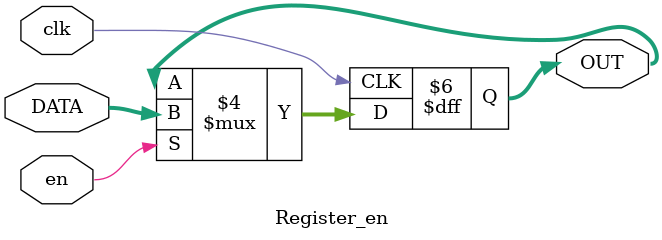
<source format=v>
module Register_en #(
     parameter WIDTH=8)
    (
	  input  clk, en,
	  input	[WIDTH-1:0] DATA,
	  output reg [WIDTH-1:0] OUT
    );

initial begin
	OUT<=0;
end	 

always@(posedge clk) begin
	if(en == 1'b1)
		OUT<=DATA;
end
	 
endmodule	 
</source>
